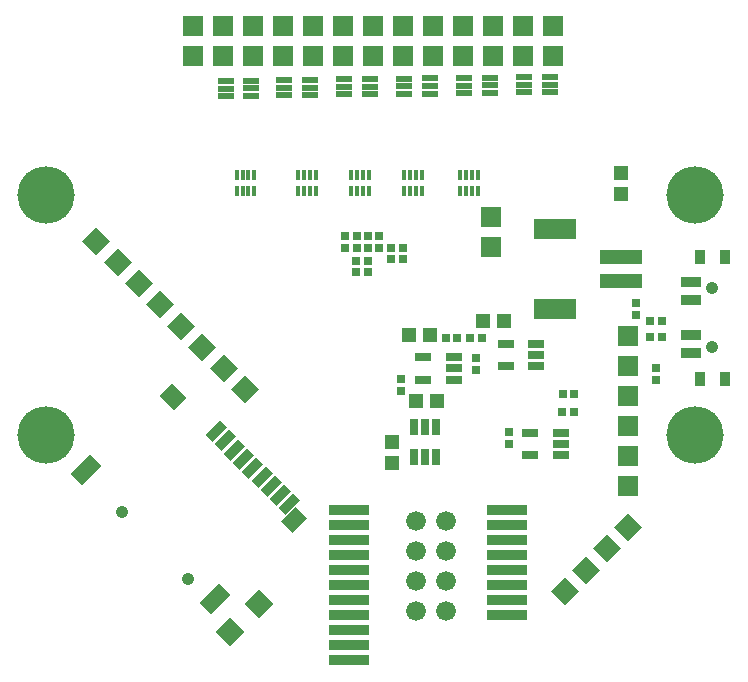
<source format=gbr>
G04 EasyPC Gerber Version 21.0.3 Build 4286 *
G04 #@! TF.Part,Single*
G04 #@! TF.FileFunction,Soldermask,Bot *
G04 #@! TF.FilePolarity,Negative *
%FSLAX35Y35*%
%MOIN*%
G04 #@! TA.AperFunction,SMDPad*
%ADD95R,0.01600X0.03356*%
%ADD90R,0.02765X0.05324*%
%ADD88R,0.03000X0.03000*%
%ADD107R,0.03800X0.04500*%
%ADD108R,0.04537X0.04891*%
%ADD89R,0.04540X0.04930*%
G04 #@! TA.AperFunction,ComponentPad*
%ADD96R,0.06600X0.06600*%
%ADD100C,0.04200*%
G04 #@! TA.AperFunction,SMDPad*
%AMT102*0 Rectangle Pad at angle 45*21,1,0.06100,0.06900,0,0,45*%
%ADD102T102*%
%ADD92R,0.05200X0.02400*%
%ADD87R,0.05324X0.02962*%
%ADD86R,0.03000X0.03000*%
%ADD106R,0.06500X0.03400*%
%ADD98R,0.13800X0.03800*%
%ADD105R,0.14400X0.04500*%
%ADD93R,0.04891X0.04537*%
%ADD91R,0.04930X0.04540*%
%AMT99*0 Rectangle Pad at angle 135*21,1,0.03300,0.06900,0,0,135*%
%ADD99T99*%
G04 #@! TA.AperFunction,WasherPad*
%ADD84C,0.06600*%
%ADD85C,0.19100*%
G04 #@! TA.AperFunction,ComponentPad*
%AMT97*0 Rectangle Pad at angle 45*21,1,0.06600,0.06600,0,0,45*%
%ADD97T97*%
G04 #@! TA.AperFunction,SMDPad*
%AMT94*0 Rectangle Pad at angle 45*21,1,0.06900,0.06900,0,0,45*%
%ADD94T94*%
%AMT103*0 Rectangle Pad at angle 135*21,1,0.05300,0.06900,0,0,135*%
%ADD103T103*%
%AMT101*0 Rectangle Pad at angle 135*21,1,0.05300,0.09300,0,0,135*%
%ADD101T101*%
%ADD104R,0.14000X0.06500*%
X0Y0D02*
D02*
D84*
X136950Y22350D03*
Y32350D03*
Y42350D03*
Y52350D03*
X146950Y22350D03*
Y32350D03*
Y42350D03*
Y52350D03*
D02*
D85*
X13850Y81150D03*
Y161150D03*
X230150Y81150D03*
Y161150D03*
D02*
D86*
X117050Y135450D03*
Y139250D03*
X120950Y135450D03*
Y139250D03*
X128850Y139850D03*
Y143650D03*
X132750Y139850D03*
Y143650D03*
X146950Y113450D03*
X150850D03*
X155050Y113350D03*
X158950D03*
X185850Y88950D03*
X185950Y94750D03*
X189750Y88950D03*
X189850Y94750D03*
X215150Y113750D03*
Y119050D03*
X219050Y113750D03*
Y119050D03*
D02*
D87*
X139408Y99610D03*
Y107090D03*
X149692Y99610D03*
Y103350D03*
Y107090D03*
X166908Y104110D03*
Y111590D03*
X175108Y74410D03*
Y81890D03*
X177192Y104110D03*
Y107850D03*
Y111590D03*
X185392Y74410D03*
Y78150D03*
Y81890D03*
D02*
D88*
X113450Y143650D03*
Y147550D03*
X117250Y143650D03*
Y147550D03*
X121050Y143650D03*
Y147550D03*
X124850Y143650D03*
Y147550D03*
X132050Y95850D03*
Y99750D03*
X156950Y102850D03*
Y106750D03*
X168150Y78150D03*
Y82050D03*
X210450Y121250D03*
Y125150D03*
X217150Y99450D03*
Y103350D03*
D02*
D89*
X134750Y114450D03*
X137050Y92450D03*
X141750Y114450D03*
X144050Y92450D03*
D02*
D90*
X136210Y73732D03*
Y83968D03*
X139950Y73732D03*
Y83968D03*
X143690Y73732D03*
Y83968D03*
D02*
D91*
X128950Y71950D03*
Y78950D03*
D02*
D92*
X73550Y194150D03*
Y196650D03*
Y199150D03*
X82150Y194150D03*
Y196709D03*
Y199268D03*
X92950Y194350D03*
Y196850D03*
Y199350D03*
X101550Y194350D03*
Y196909D03*
Y199468D03*
X113150Y194750D03*
Y197250D03*
Y199750D03*
X121750Y194750D03*
Y197309D03*
Y199868D03*
X132950Y194950D03*
Y197450D03*
Y199950D03*
X141550Y194950D03*
Y197509D03*
Y200068D03*
X152950Y195150D03*
Y197650D03*
Y200150D03*
X161550Y195150D03*
Y197709D03*
Y200268D03*
X173150Y195350D03*
Y197850D03*
Y200350D03*
X181750Y195350D03*
Y197909D03*
Y200468D03*
D02*
D93*
X159250Y119250D03*
X166250D03*
D02*
D94*
X75112Y15512D03*
X84588Y24988D03*
D02*
D95*
X77244Y162550D03*
Y167668D03*
X79213Y162550D03*
Y167668D03*
X81181Y162550D03*
Y167668D03*
X83150Y162550D03*
Y167668D03*
X97644Y162550D03*
Y167668D03*
X99613Y162550D03*
Y167668D03*
X101581Y162550D03*
Y167668D03*
X103550Y162550D03*
Y167668D03*
X115444Y162550D03*
Y167668D03*
X117413Y162550D03*
Y167668D03*
X119381Y162550D03*
Y167668D03*
X121350Y162550D03*
Y167668D03*
X133044Y162550D03*
Y167668D03*
X135013Y162550D03*
Y167668D03*
X136981Y162550D03*
Y167668D03*
X138950Y162550D03*
Y167668D03*
X151844Y162550D03*
Y167668D03*
X153813Y162550D03*
Y167668D03*
X155781Y162550D03*
Y167668D03*
X157750Y162550D03*
Y167668D03*
D02*
D96*
X62650Y207550D03*
Y217550D03*
X72650Y207550D03*
Y217550D03*
X82650Y207550D03*
Y217550D03*
X92650Y207550D03*
Y217550D03*
X102650Y207550D03*
Y217550D03*
X112650Y207550D03*
Y217550D03*
X122650Y207550D03*
Y217550D03*
X132650Y207550D03*
Y217550D03*
X142650Y207550D03*
Y217550D03*
X152650Y207550D03*
Y217550D03*
X162050Y143950D03*
Y153950D03*
X162650Y207550D03*
Y217550D03*
X172650Y207550D03*
Y217550D03*
X182650Y207550D03*
Y217550D03*
X207650Y64150D03*
Y74150D03*
Y84150D03*
Y94150D03*
Y104150D03*
Y114150D03*
D02*
D97*
X30501Y145899D03*
X37572Y138828D03*
X44643Y131757D03*
X51715Y124685D03*
X58785Y117615D03*
X65857Y110543D03*
X72928Y103472D03*
X79999Y96401D03*
X186537Y29237D03*
X193608Y36308D03*
X200679Y43379D03*
X207750Y50450D03*
D02*
D98*
X114550Y6150D03*
Y11150D03*
Y16150D03*
Y21150D03*
Y26150D03*
Y31150D03*
Y36150D03*
Y41150D03*
Y46150D03*
Y51150D03*
Y56150D03*
X167350Y21150D03*
Y26150D03*
Y31150D03*
Y36150D03*
Y41150D03*
Y46150D03*
Y51150D03*
Y56150D03*
D02*
D99*
X70331Y82376D03*
X73372Y79335D03*
X76412Y76295D03*
X79453Y73254D03*
X82493Y70214D03*
X85534Y67173D03*
X88574Y64133D03*
X91615Y61092D03*
X94656Y58052D03*
D02*
D100*
X38865Y55435D03*
X61139Y33161D03*
X235750Y110450D03*
Y130050D03*
D02*
D101*
X26915Y69648D03*
X70048Y26515D03*
D02*
D102*
X56118Y93902D03*
D02*
D103*
X96494Y52960D03*
D02*
D104*
X183350Y123250D03*
Y149750D03*
D02*
D105*
X205350Y132550D03*
Y140450D03*
D02*
D106*
X228850Y108450D03*
Y114350D03*
Y126150D03*
Y132050D03*
D02*
D107*
X231550Y99950D03*
Y140550D03*
X239950Y99950D03*
Y140550D03*
D02*
D108*
X205450Y161350D03*
Y168350D03*
X0Y0D02*
M02*

</source>
